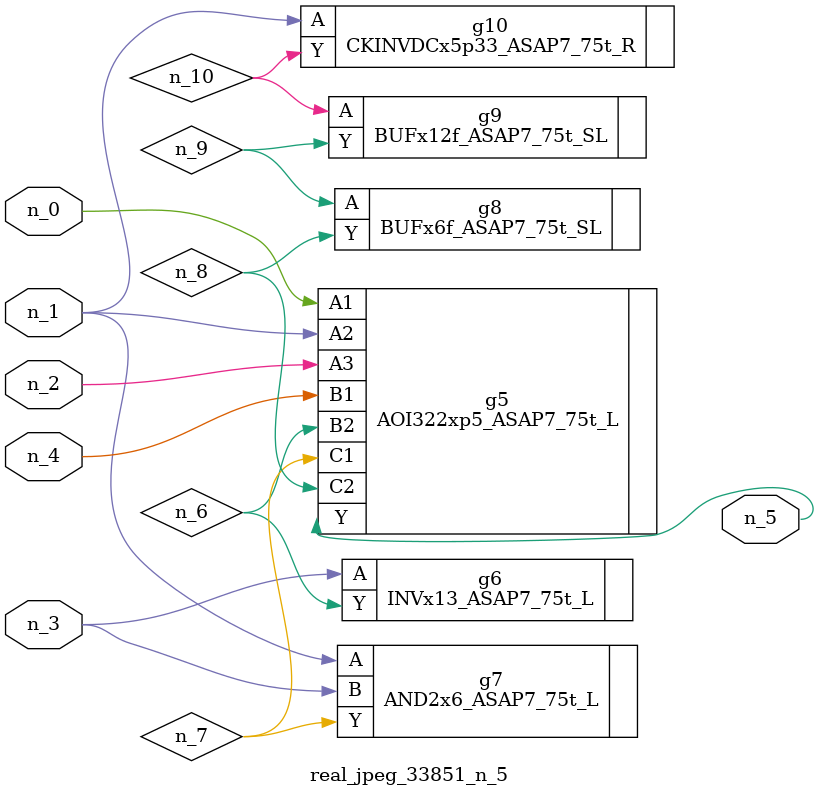
<source format=v>
module real_jpeg_33851_n_5 (n_4, n_0, n_1, n_2, n_3, n_5);

input n_4;
input n_0;
input n_1;
input n_2;
input n_3;

output n_5;

wire n_8;
wire n_6;
wire n_7;
wire n_10;
wire n_9;

AOI322xp5_ASAP7_75t_L g5 ( 
.A1(n_0),
.A2(n_1),
.A3(n_2),
.B1(n_4),
.B2(n_6),
.C1(n_7),
.C2(n_8),
.Y(n_5)
);

AND2x6_ASAP7_75t_L g7 ( 
.A(n_1),
.B(n_3),
.Y(n_7)
);

CKINVDCx5p33_ASAP7_75t_R g10 ( 
.A(n_1),
.Y(n_10)
);

INVx13_ASAP7_75t_L g6 ( 
.A(n_3),
.Y(n_6)
);

BUFx6f_ASAP7_75t_SL g8 ( 
.A(n_9),
.Y(n_8)
);

BUFx12f_ASAP7_75t_SL g9 ( 
.A(n_10),
.Y(n_9)
);


endmodule
</source>
